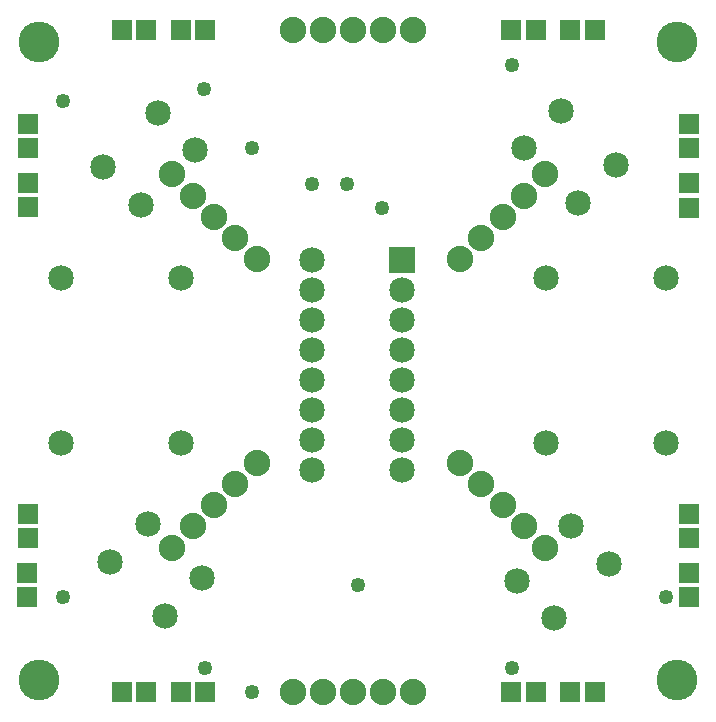
<source format=gts>
G04 MADE WITH FRITZING*
G04 WWW.FRITZING.ORG*
G04 DOUBLE SIDED*
G04 HOLES PLATED*
G04 CONTOUR ON CENTER OF CONTOUR VECTOR*
%ASAXBY*%
%FSLAX23Y23*%
%MOIN*%
%OFA0B0*%
%SFA1.0B1.0*%
%ADD10C,0.085000*%
%ADD11C,0.088000*%
%ADD12C,0.135984*%
%ADD13C,0.049370*%
%ADD14R,0.085000X0.085000*%
%ADD15R,0.069055X0.065118*%
%ADD16R,0.065118X0.069055*%
%LNMASK1*%
G90*
G70*
G54D10*
X330Y1825D03*
X511Y2006D03*
X455Y1700D03*
X636Y1881D03*
X1327Y1517D03*
X1027Y1517D03*
X1327Y1417D03*
X1027Y1417D03*
X1327Y1317D03*
X1027Y1317D03*
X1327Y1217D03*
X1027Y1217D03*
X1327Y1117D03*
X1027Y1117D03*
X1327Y1017D03*
X1027Y1017D03*
X1327Y917D03*
X1027Y917D03*
X1327Y817D03*
X1027Y817D03*
X1327Y1517D03*
X1027Y1517D03*
X1327Y1417D03*
X1027Y1417D03*
X1327Y1317D03*
X1027Y1317D03*
X1327Y1217D03*
X1027Y1217D03*
X1327Y1117D03*
X1027Y1117D03*
X1327Y1017D03*
X1027Y1017D03*
X1327Y917D03*
X1027Y917D03*
X1327Y817D03*
X1027Y817D03*
G54D11*
X558Y1801D03*
X629Y1730D03*
X700Y1660D03*
X770Y1589D03*
X841Y1518D03*
X962Y77D03*
X1062Y77D03*
X1162Y77D03*
X1262Y77D03*
X1362Y77D03*
X962Y2282D03*
X1062Y2282D03*
X1162Y2282D03*
X1262Y2282D03*
X1362Y2282D03*
G54D10*
X534Y329D03*
X353Y510D03*
X660Y454D03*
X479Y635D03*
G54D11*
X558Y557D03*
X629Y628D03*
X700Y699D03*
X770Y769D03*
X841Y840D03*
G54D10*
X1912Y1707D03*
X1731Y1888D03*
X2038Y1832D03*
X1857Y2013D03*
G54D11*
X1802Y1801D03*
X1731Y1730D03*
X1661Y1660D03*
X1590Y1589D03*
X1519Y1518D03*
G54D10*
X1708Y447D03*
X1889Y628D03*
X1833Y322D03*
X2014Y503D03*
G54D11*
X1802Y557D03*
X1731Y628D03*
X1661Y699D03*
X1590Y769D03*
X1519Y840D03*
G54D10*
X190Y1455D03*
X590Y1455D03*
X190Y904D03*
X590Y904D03*
X2204Y1455D03*
X1804Y1455D03*
X2204Y904D03*
X1804Y904D03*
G54D12*
X2243Y116D03*
X117Y116D03*
X2243Y2242D03*
X117Y2242D03*
G54D13*
X1141Y1769D03*
X1024Y1769D03*
X668Y156D03*
X667Y2084D03*
X825Y1889D03*
X2204Y393D03*
X1691Y155D03*
X195Y393D03*
X197Y2045D03*
X1693Y2165D03*
X825Y77D03*
X1180Y431D03*
X1259Y1690D03*
G54D14*
X1327Y1517D03*
X1327Y1517D03*
G54D15*
X2282Y392D03*
X2282Y473D03*
X2281Y1690D03*
X2281Y1771D03*
G54D16*
X1690Y77D03*
X1771Y77D03*
X1690Y2282D03*
X1771Y2282D03*
X391Y2282D03*
X471Y2282D03*
G54D15*
X78Y1691D03*
X78Y1772D03*
X77Y391D03*
X77Y472D03*
G54D16*
X391Y77D03*
X471Y77D03*
X670Y77D03*
X590Y77D03*
G54D15*
X79Y1970D03*
X79Y1889D03*
G54D16*
X668Y2282D03*
X588Y2282D03*
G54D15*
X78Y669D03*
X78Y589D03*
G54D16*
X1968Y77D03*
X1887Y77D03*
G54D15*
X2283Y670D03*
X2283Y590D03*
G54D16*
X1968Y2282D03*
X1887Y2282D03*
G54D15*
X2282Y1969D03*
X2282Y1888D03*
G04 End of Mask1*
M02*
</source>
